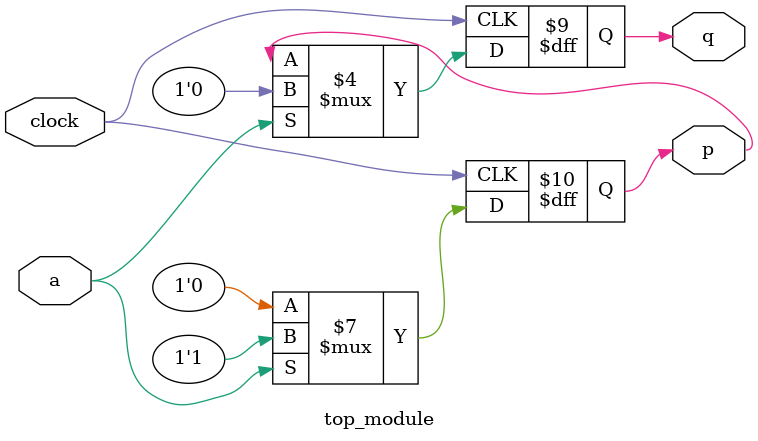
<source format=sv>
module top_module (
    input clock,
    input a, 
    output reg p,
    output reg q
);

always @(posedge clock) begin
    if (a)
        p <= 1;
    else
        p <= 0;
end

always @(negedge clock) begin
    if (a)
        q <= 0;
    else
        q <= p;
end

endmodule

</source>
